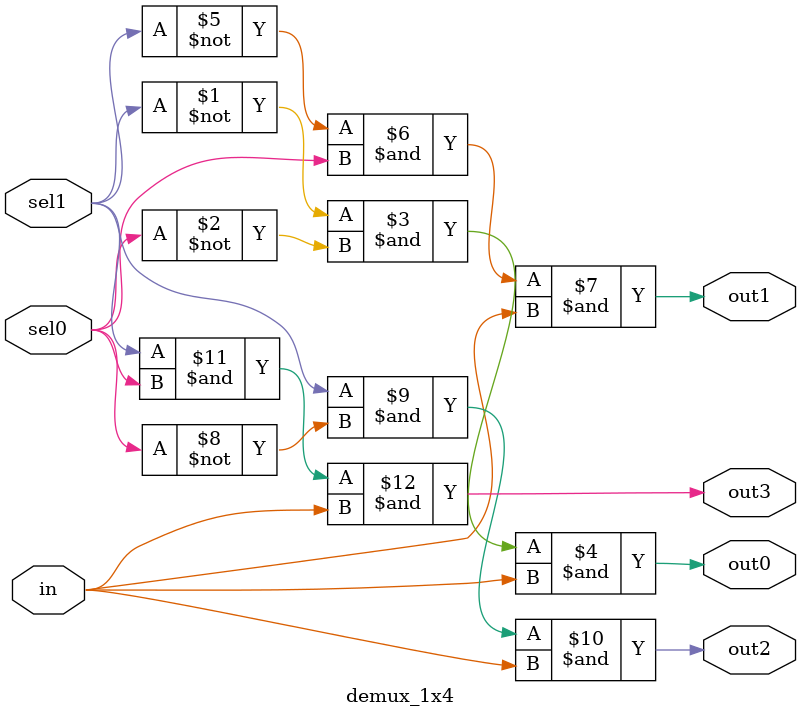
<source format=v>

module demux_1x4 (
  input wire in,
  input wire sel0,
  input wire sel1,
  output wire out0,
  output wire out1,
  output wire out2,
  output wire out3
);

  assign out0 = (~sel1 & ~sel0 & in);
  assign out1 = (~sel1 & sel0 & in);
  assign out2 = (sel1 & ~sel0 & in);
  assign out3 = (sel1 & sel0 & in);

endmodule
</source>
